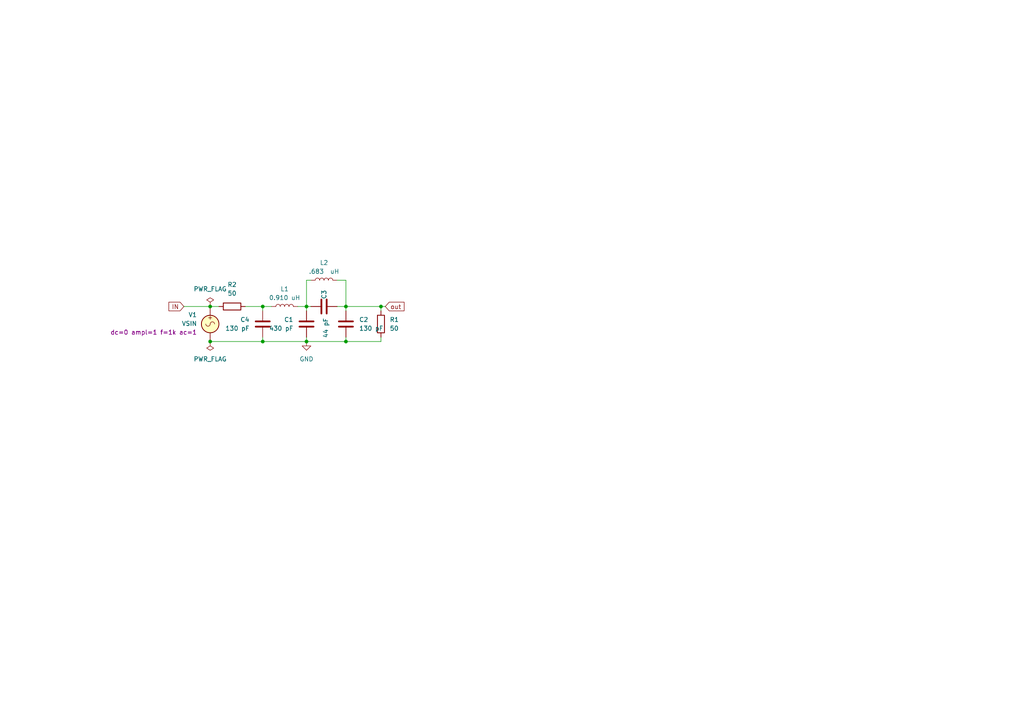
<source format=kicad_sch>
(kicad_sch (version 20231120) (generator "eeschema") (generator_version "8.0")
  (paper "A4")
  (lib_symbols
    (symbol "Device:C" (pin_numbers hide) (pin_names (offset 0.254))
      (property "Reference" "C" (at 0.635 2.54 0))
      (property "Value" "C" (at 0.635 -2.54 0))
      (symbol "C_0_1"
        (polyline (pts (xy -2.032 -0.762) (xy 2.032 -0.762)) (stroke (width 0.508)))
        (polyline (pts (xy -2.032 0.762) (xy 2.032 0.762)) (stroke (width 0.508)))
      )
      (symbol "C_1_1"
        (pin passive line (at 0 3.81 270) (length 2.794) (name "~") (number "1"))
        (pin passive line (at 0 -3.81 90) (length 2.794) (name "~") (number "2"))
      )
    )
    (symbol "Device:L" (pin_numbers hide) (pin_names (offset 1.016) hide)
      (property "Reference" "L" (at -1.27 0 90))
      (property "Value" "L" (at 1.905 0 90))
      (symbol "L_0_1"
        (arc (start 0 -2.54) (mid 0.6323 -1.905) (end 0 -1.27))
        (arc (start 0 -1.27) (mid 0.6323 -0.635) (end 0 0))
        (arc (start 0 0) (mid 0.6323 0.635) (end 0 1.27))
        (arc (start 0 1.27) (mid 0.6323 1.905) (end 0 2.54))
      )
      (symbol "L_1_1"
        (pin passive line (at 0 3.81 270) (length 1.27) (name "1") (number "1"))
        (pin passive line (at 0 -3.81 90) (length 1.27) (name "2") (number "2"))
      )
    )
    (symbol "Device:R" (pin_numbers hide) (pin_names (offset 0))
      (property "Reference" "R" (at 2.032 0 90))
      (property "Value" "R" (at 0 0 90))
      (symbol "R_0_1"
        (rectangle (start -1.016 -2.54) (end 1.016 2.54) (stroke (width 0.254)))
      )
      (symbol "R_1_1"
        (pin passive line (at 0 3.81 270) (length 1.27) (name "~") (number "1"))
        (pin passive line (at 0 -3.81 90) (length 1.27) (name "~") (number "2"))
      )
    )
    (symbol "Simulation_SPICE:VSIN" (pin_numbers hide) (pin_names (offset 0.0254))
      (property "Reference" "V" (at 2.54 2.54 0))
      (property "Value" "VSIN" (at 2.54 0 0))
      (property "Sim.Params" "dc=0 ampl=1 f=1k ac=1" (at 2.54 -2.54 0))
      (symbol "VSIN_0_0"
        (arc (start 0 0) (mid -0.635 0.6323) (end -1.27 0))
        (arc (start 0 0) (mid 0.635 -0.6323) (end 1.27 0))
        (text "+" (at 0 1.905 0) (effects (font (size 1.27 1.27))))
      )
      (symbol "VSIN_0_1"
        (circle (center 0 0) (radius 2.54) (stroke (width 0.254)) (fill (type background)))
      )
      (symbol "VSIN_1_1"
        (pin passive line (at 0 5.08 270) (length 2.54) (name "~") (number "1"))
        (pin passive line (at 0 -5.08 90) (length 2.54) (name "~") (number "2"))
      )
    )
    (symbol "power:GND" (power) (pin_names (offset 0))
      (property "Value" "GND" (at 0 -3.81 0))
      (symbol "GND_0_1"
        (polyline (pts (xy 0 0) (xy 0 -1.27) (xy 1.27 -1.27) (xy 0 -2.54) (xy -1.27 -1.27) (xy 0 -1.27)))
      )
      (symbol "GND_1_1"
        (pin power_in line (at 0 0 270) (length 0) hide (name "GND") (number "1"))
      )
    )
    (symbol "power:PWR_FLAG" (power) (pin_numbers hide) (pin_names (offset 0) hide)
      (property "Value" "PWR_FLAG" (at 0 3.81 0))
      (symbol "PWR_FLAG_0_0"
        (pin power_out line (at 0 0 90) (length 0) (name "pwr") (number "1"))
      )
      (symbol "PWR_FLAG_0_1"
        (polyline (pts (xy 0 0) (xy 0 1.27) (xy -1.016 1.905) (xy 0 2.54) (xy 1.016 1.905) (xy 0 1.27)))
      )
    )
  )
  (junction (at 76.2 99.06))
  (junction (at 76.2 88.9))
  (junction (at 110.49 88.9))
  (junction (at 100.33 88.9))
  (junction (at 100.33 99.06))
  (junction (at 88.9 99.06))
  (junction (at 60.96 99.06))
  (junction (at 60.96 88.9))
  (junction (at 88.9 88.9))
  (wire (pts (xy 88.9 99.06) (xy 88.9 97.79)))
  (wire (pts (xy 100.33 88.9) (xy 110.49 88.9)))
  (wire (pts (xy 53.34 88.9) (xy 60.96 88.9)))
  (wire (pts (xy 110.49 88.9) (xy 111.76 88.9)))
  (wire (pts (xy 76.2 99.06) (xy 88.9 99.06)))
  (wire (pts (xy 88.9 99.06) (xy 100.33 99.06)))
  (wire (pts (xy 88.9 81.28) (xy 88.9 88.9)))
  (wire (pts (xy 100.33 81.28) (xy 100.33 88.9)))
  (wire (pts (xy 76.2 88.9) (xy 78.74 88.9)))
  (wire (pts (xy 76.2 90.17) (xy 76.2 88.9)))
  (wire (pts (xy 60.96 88.9) (xy 63.5 88.9)))
  (wire (pts (xy 88.9 81.28) (xy 90.17 81.28)))
  (wire (pts (xy 97.79 81.28) (xy 100.33 81.28)))
  (wire (pts (xy 88.9 90.17) (xy 88.9 88.9)))
  (wire (pts (xy 100.33 99.06) (xy 100.33 97.79)))
  (wire (pts (xy 110.49 99.06) (xy 110.49 97.79)))
  (wire (pts (xy 100.33 90.17) (xy 100.33 88.9)))
  (wire (pts (xy 110.49 88.9) (xy 110.49 90.17)))
  (wire (pts (xy 86.36 88.9) (xy 88.9 88.9)))
  (wire (pts (xy 76.2 99.06) (xy 76.2 97.79)))
  (wire (pts (xy 60.96 99.06) (xy 76.2 99.06)))
  (wire (pts (xy 71.12 88.9) (xy 76.2 88.9)))
  (wire (pts (xy 97.79 88.9) (xy 100.33 88.9)))
  (wire (pts (xy 100.33 99.06) (xy 110.49 99.06)))
  (wire (pts (xy 88.9 88.9) (xy 90.17 88.9)))
  (global_label "out" (shape input) (at 111.76 88.9 0) (property "Intersheetrefs" "${INTERSHEET_REFS}" (effects (hide yes))))
  (global_label "IN" (shape input) (at 53.34 88.9 180) (property "Intersheetrefs" "${INTERSHEET_REFS}" (effects (hide yes))))
  (symbol (lib_id "power:GND") (at 88.9 99.06 0) (unit 1)
    (property "Reference" "#PWR01" (effects (hide yes)))
    (property "Value" "GND" (at 88.9 104.14 0))
  )
  (symbol (lib_id "Device:L") (at 93.98 81.28 90) (unit 1)
    (property "Reference" "L2" (at 93.98 76.2 90))
    (property "Value" ".683  uH" (at 93.98 78.74 90))
  )
  (symbol (lib_id "Simulation_SPICE:VSIN") (at 60.96 93.98 0) (mirror y) (unit 1)
    (property "Reference" "V1" (at 57.15 91.3102 0) (effects (justify left)))
    (property "Value" "VSIN" (at 57.15 93.8502 0) (effects (justify left)))
    (property "Sim.Pins" "1=+ 2=-" (effects (hide yes)))
    (property "Sim.Params" "dc=0 ampl=1 f=1k ac=1" (at 57.15 96.3902 0) (effects (justify left)))
    (property "Sim.Type" "SIN" (effects (hide yes)))
    (property "Sim.Device" "V" (effects (hide yes)))
  )
  (symbol (lib_id "power:PWR_FLAG") (at 60.96 99.06 0) (mirror x) (unit 1)
    (property "Reference" "#FLG02" (effects (hide yes)))
    (property "Value" "PWR_FLAG" (at 60.96 104.14 0))
    (property "Sim.Device" "SPICE" (effects (hide yes)))
  )
  (symbol (lib_id "Device:C") (at 100.33 93.98 0) (unit 1)
    (property "Reference" "C2" (at 104.14 92.71 0) (effects (justify left)))
    (property "Value" "130 pF" (at 104.14 95.25 0) (effects (justify left)))
  )
  (symbol (lib_id "Device:R") (at 110.49 93.98 0) (unit 1)
    (property "Reference" "R1" (at 113.03 92.71 0) (effects (justify left)))
    (property "Value" "50" (at 113.03 95.25 0) (effects (justify left)))
  )
  (symbol (lib_id "power:PWR_FLAG") (at 60.96 88.9 0) (unit 1)
    (property "Reference" "#FLG01" (effects (hide yes)))
    (property "Value" "PWR_FLAG" (at 60.96 83.82 0))
    (property "Sim.Device" "SPICE" (effects (hide yes)))
  )
  (symbol (lib_id "Device:C") (at 76.2 93.98 0) (mirror y) (unit 1)
    (property "Reference" "C4" (at 72.39 92.71 0) (effects (justify left)))
    (property "Value" "130 pF" (at 72.39 95.25 0) (effects (justify left)))
  )
  (symbol (lib_id "Device:R") (at 67.31 88.9 90) (unit 1)
    (property "Reference" "R2" (at 67.31 82.55 90))
    (property "Value" "50" (at 67.31 85.09 90))
  )
  (symbol (lib_id "Device:C") (at 88.9 93.98 0) (mirror y) (unit 1)
    (property "Reference" "C1" (at 85.09 92.71 0) (effects (justify left)))
    (property "Value" "430 pF" (at 85.09 95.25 0) (effects (justify left)))
  )
  (symbol (lib_id "Device:L") (at 82.55 88.9 90) (unit 1)
    (property "Reference" "L1" (at 82.55 83.82 90))
    (property "Value" "0.910 uH" (at 82.55 86.36 90))
  )
  (symbol (lib_id "Device:C") (at 93.98 88.9 90) (mirror x) (unit 1)
    (property "Reference" "C3" (at 93.98 84.074 0) (effects (justify left)))
    (property "Value" "44 pF" (at 94.488 92.202 0) (effects (justify left)))
  )
)
</source>
